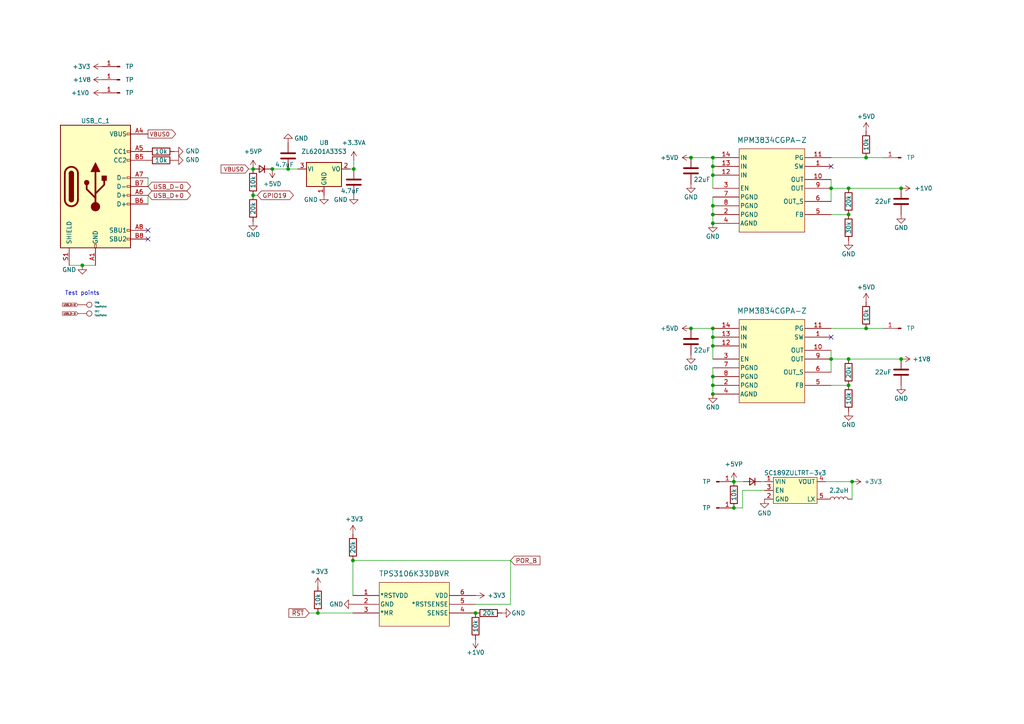
<source format=kicad_sch>
(kicad_sch (version 20231120) (generator "eeschema") (generator_version "8.0")
  (paper "A4")
  (lib_symbols
    (symbol "Connector:Conn_01x01_Pin" (pin_names (offset 1.016) hide)
      (property "Reference" "J" (at 0 2.54 0))
      (property "Value" "Conn_01x01_Pin" (at 0 -2.54 0))
      (symbol "Conn_01x01_Pin_1_1"
        (polyline (pts (xy 1.27 0) (xy 0.8636 0)) (stroke (width 0.1524)))
        (rectangle (start 0.8636 0.127) (end 0 -0.127) (stroke (width 0.1524)) (fill (type outline)))
        (pin passive line (at 5.08 0 180) (length 3.81) (name "Pin_1") (number "1"))
      )
    )
    (symbol "Connector:TestPoint" (pin_numbers hide) (pin_names (offset 0.762) hide)
      (property "Reference" "TP" (at 0 6.858 0))
      (property "Value" "TestPoint" (at 0 5.08 0))
      (symbol "TestPoint_0_1"
        (circle (center 0 3.302) (radius 0.762))
      )
      (symbol "TestPoint_1_1"
        (pin passive line (at 0 0 90) (length 2.54) (name "1") (number "1"))
      )
    )
    (symbol "Connector:USB_C_Receptacle_USB2.0" (pin_names (offset 1.016))
      (property "Reference" "J" (at -10.16 19.05 0))
      (property "Value" "USB_C_Receptacle_USB2.0" (at 19.05 19.05 0))
      (symbol "USB_C_Receptacle_USB2.0_0_0"
        (rectangle (start -0.254 -17.78) (end 0.254 -16.764))
        (rectangle (start 10.16 -14.986) (end 9.144 -15.494))
        (rectangle (start 10.16 -12.446) (end 9.144 -12.954))
        (rectangle (start 10.16 -4.826) (end 9.144 -5.334))
        (rectangle (start 10.16 -2.286) (end 9.144 -2.794))
        (rectangle (start 10.16 0.254) (end 9.144 -0.254))
        (rectangle (start 10.16 2.794) (end 9.144 2.286))
        (rectangle (start 10.16 7.874) (end 9.144 7.366))
        (rectangle (start 10.16 10.414) (end 9.144 9.906))
        (rectangle (start 10.16 15.494) (end 9.144 14.986))
      )
      (symbol "USB_C_Receptacle_USB2.0_0_1"
        (rectangle (start -10.16 17.78) (end 10.16 -17.78) (stroke (width 0.254)) (fill (type background)))
        (arc (start -8.89 -3.81) (mid -6.985 -5.7067) (end -5.08 -3.81) (stroke (width 0.508)))
        (arc (start -7.62 -3.81) (mid -6.985 -4.4423) (end -6.35 -3.81) (stroke (width 0.254)))
        (arc (start -7.62 -3.81) (mid -6.985 -4.4423) (end -6.35 -3.81) (stroke (width 0.254)) (fill (type outline)))
        (rectangle (start -7.62 -3.81) (end -6.35 3.81) (stroke (width 0.254)) (fill (type outline)))
        (arc (start -6.35 3.81) (mid -6.985 4.4423) (end -7.62 3.81) (stroke (width 0.254)))
        (arc (start -6.35 3.81) (mid -6.985 4.4423) (end -7.62 3.81) (stroke (width 0.254)) (fill (type outline)))
        (arc (start -5.08 3.81) (mid -6.985 5.7067) (end -8.89 3.81) (stroke (width 0.508)))
        (circle (center -2.54 1.143) (radius 0.635) (stroke (width 0.254)) (fill (type outline)))
        (circle (center 0 -5.842) (radius 1.27) (fill (type outline)))
        (polyline (pts (xy -8.89 -3.81) (xy -8.89 3.81)) (stroke (width 0.508)))
        (polyline (pts (xy -5.08 3.81) (xy -5.08 -3.81)) (stroke (width 0.508)))
        (polyline (pts (xy 0 -5.842) (xy 0 4.318)) (stroke (width 0.508)))
        (polyline (pts (xy 0 -3.302) (xy -2.54 -0.762) (xy -2.54 0.508)) (stroke (width 0.508)))
        (polyline (pts (xy 0 -2.032) (xy 2.54 0.508) (xy 2.54 1.778)) (stroke (width 0.508)))
        (polyline (pts (xy -1.27 4.318) (xy 0 6.858) (xy 1.27 4.318) (xy -1.27 4.318)) (stroke (width 0.254)) (fill (type outline)))
        (rectangle (start 1.905 1.778) (end 3.175 3.048) (stroke (width 0.254)) (fill (type outline)))
      )
      (symbol "USB_C_Receptacle_USB2.0_1_1"
        (pin passive line (at 0 -22.86 90) (length 5.08) (name "GND") (number "A1"))
        (pin passive line (at 0 -22.86 90) (length 5.08) hide (name "GND") (number "A12"))
        (pin passive line (at 15.24 15.24 180) (length 5.08) (name "VBUS") (number "A4"))
        (pin bidirectional line (at 15.24 10.16 180) (length 5.08) (name "CC1") (number "A5"))
        (pin bidirectional line (at 15.24 -2.54 180) (length 5.08) (name "D+") (number "A6"))
        (pin bidirectional line (at 15.24 2.54 180) (length 5.08) (name "D-") (number "A7"))
        (pin bidirectional line (at 15.24 -12.7 180) (length 5.08) (name "SBU1") (number "A8"))
        (pin passive line (at 15.24 15.24 180) (length 5.08) hide (name "VBUS") (number "A9"))
        (pin passive line (at 0 -22.86 90) (length 5.08) hide (name "GND") (number "B1"))
        (pin passive line (at 0 -22.86 90) (length 5.08) hide (name "GND") (number "B12"))
        (pin passive line (at 15.24 15.24 180) (length 5.08) hide (name "VBUS") (number "B4"))
        (pin bidirectional line (at 15.24 7.62 180) (length 5.08) (name "CC2") (number "B5"))
        (pin bidirectional line (at 15.24 -5.08 180) (length 5.08) (name "D+") (number "B6"))
        (pin bidirectional line (at 15.24 0 180) (length 5.08) (name "D-") (number "B7"))
        (pin bidirectional line (at 15.24 -15.24 180) (length 5.08) (name "SBU2") (number "B8"))
        (pin passive line (at 15.24 15.24 180) (length 5.08) hide (name "VBUS") (number "B9"))
        (pin passive line (at -7.62 -22.86 90) (length 5.08) (name "SHIELD") (number "S1"))
      )
    )
    (symbol "Device:C" (pin_numbers hide) (pin_names (offset 0.254))
      (property "Reference" "C" (at 0.635 2.54 0))
      (property "Value" "C" (at 0.635 -2.54 0))
      (symbol "C_0_1"
        (polyline (pts (xy -2.032 -0.762) (xy 2.032 -0.762)) (stroke (width 0.508)))
        (polyline (pts (xy -2.032 0.762) (xy 2.032 0.762)) (stroke (width 0.508)))
      )
      (symbol "C_1_1"
        (pin passive line (at 0 3.81 270) (length 2.794) (name "~") (number "1"))
        (pin passive line (at 0 -3.81 90) (length 2.794) (name "~") (number "2"))
      )
    )
    (symbol "Device:D_Small" (pin_numbers hide) (pin_names (offset 0.254) hide)
      (property "Reference" "D" (at -1.27 2.032 0))
      (property "Value" "D_Small" (at -3.81 -2.032 0))
      (symbol "D_Small_0_1"
        (polyline (pts (xy -0.762 -1.016) (xy -0.762 1.016)) (stroke (width 0.254)))
        (polyline (pts (xy -0.762 0) (xy 0.762 0)))
        (polyline (pts (xy 0.762 -1.016) (xy -0.762 0) (xy 0.762 1.016) (xy 0.762 -1.016)) (stroke (width 0.254)))
      )
      (symbol "D_Small_1_1"
        (pin passive line (at -2.54 0 0) (length 1.778) (name "K") (number "1"))
        (pin passive line (at 2.54 0 180) (length 1.778) (name "A") (number "2"))
      )
    )
    (symbol "Device:L" (pin_numbers hide) (pin_names (offset 1.016) hide)
      (property "Reference" "L" (at -1.27 0 90))
      (property "Value" "L" (at 1.905 0 90))
      (symbol "L_0_1"
        (arc (start 0 -2.54) (mid 0.6323 -1.905) (end 0 -1.27))
        (arc (start 0 -1.27) (mid 0.6323 -0.635) (end 0 0))
        (arc (start 0 0) (mid 0.6323 0.635) (end 0 1.27))
        (arc (start 0 1.27) (mid 0.6323 1.905) (end 0 2.54))
      )
      (symbol "L_1_1"
        (pin passive line (at 0 3.81 270) (length 1.27) (name "1") (number "1"))
        (pin passive line (at 0 -3.81 90) (length 1.27) (name "2") (number "2"))
      )
    )
    (symbol "Device:R" (pin_numbers hide) (pin_names (offset 0))
      (property "Reference" "R" (at 2.032 0 90))
      (property "Value" "R" (at 0 0 90))
      (symbol "R_0_1"
        (rectangle (start -1.016 -2.54) (end 1.016 2.54) (stroke (width 0.254)))
      )
      (symbol "R_1_1"
        (pin passive line (at 0 3.81 270) (length 1.27) (name "~") (number "1"))
        (pin passive line (at 0 -3.81 90) (length 1.27) (name "~") (number "2"))
      )
    )
    (symbol "ESP32-PRO_Rev_B1:GND" (power) (pin_names (offset 0))
      (property "Value" "GND" (at 0 -3.81 0))
      (symbol "GND_0_1"
        (polyline (pts (xy 0 0) (xy 0 -1.27) (xy 1.27 -1.27) (xy 0 -2.54) (xy -1.27 -1.27) (xy 0 -1.27)))
      )
      (symbol "GND_1_1"
        (pin power_in line (at 0 0 270) (length 0) hide (name "GND") (number "1"))
      )
    )
    (symbol "Personal:MPM3834CGPA-Z" (pin_names (offset 0.254))
      (property "Reference" "U" (at 24.384 11.43 0))
      (property "Value" "MPM3834CGPA-Z" (at 23.368 8.382 0))
      (symbol "MPM3834CGPA-Z_1_1"
        (rectangle (start 13.97 6.35) (end 33.02 -17.78) (fill (type background)))
        (pin unspecified line (at 40.64 1.27 180) (length 7.62) (name "SW") (number "1"))
        (pin power_in line (at 40.64 -2.54 180) (length 7.62) (name "OUT") (number "10"))
        (pin output line (at 40.64 3.81 180) (length 7.62) (name "PG") (number "11"))
        (pin power_in line (at 6.35 -1.27 0) (length 7.62) (name "IN") (number "12"))
        (pin power_in line (at 6.35 1.27 0) (length 7.62) (name "IN") (number "13"))
        (pin power_in line (at 6.35 3.81 0) (length 7.62) (name "IN") (number "14"))
        (pin power_in line (at 6.35 -12.7 0) (length 7.62) (name "PGND") (number "2"))
        (pin unspecified line (at 6.35 -5.08 0) (length 7.62) (name "EN") (number "3"))
        (pin power_in line (at 6.35 -15.24 0) (length 7.62) (name "AGND") (number "4"))
        (pin unspecified line (at 40.64 -12.7 180) (length 7.62) (name "FB") (number "5"))
        (pin output line (at 40.64 -8.89 180) (length 7.62) (name "OUT_S") (number "6"))
        (pin power_in line (at 6.35 -7.62 0) (length 7.62) (name "PGND") (number "7"))
        (pin power_in line (at 6.35 -10.16 0) (length 7.62) (name "PGND") (number "8"))
        (pin power_in line (at 40.64 -5.08 180) (length 7.62) (name "OUT") (number "9"))
      )
    )
    (symbol "Personal:SC189ZULTRT-3.3"
      (property "Value" "SC189ZULTRT-3v3" (at 5.08 0 0))
      (symbol "SC189ZULTRT-3.3_1_1"
        (rectangle (start -1.27 -1.27) (end 11.43 -8.89) (fill (type background)))
        (pin input line (at -3.81 -2.54 0) (length 2.54) (name "VIN") (number "1"))
        (pin input line (at -3.81 -7.62 0) (length 2.54) (name "GND") (number "2"))
        (pin input line (at -3.81 -5.08 0) (length 2.54) (name "EN") (number "3"))
        (pin input line (at 13.97 -2.54 180) (length 2.54) (name "VOUT") (number "4"))
        (pin input line (at 13.97 -7.62 180) (length 2.54) (name "LX") (number "5"))
      )
    )
    (symbol "Personal:TPS3106K33DBVR" (pin_names (offset 0.254))
      (property "Reference" "U" (at 18.542 10.16 0))
      (property "Value" "TPS3106K33DBVR" (at 18.034 6.858 0))
      (symbol "TPS3106K33DBVR_1_1"
        (rectangle (start 7.62 3.81) (end 27.94 -8.89) (fill (type background)))
        (pin output line (at 0 0 0) (length 7.62) (name "*RSTVDD") (number "1"))
        (pin power_in line (at 0 -2.54 0) (length 7.62) (name "GND") (number "2"))
        (pin input line (at 0 -5.08 0) (length 7.62) (name "*MR") (number "3"))
        (pin unspecified line (at 35.56 -5.08 180) (length 7.62) (name "SENSE") (number "4"))
        (pin output line (at 35.56 -2.54 180) (length 7.62) (name "*RSTSENSE") (number "5"))
        (pin power_in line (at 35.56 0 180) (length 7.62) (name "VDD") (number "6"))
      )
    )
    (symbol "Regulator_Linear:XC6206PxxxMR" (pin_names (offset 0.254))
      (property "Reference" "U" (at -3.81 3.175 0))
      (property "Value" "XC6206PxxxMR" (at 0 3.175 0))
      (symbol "XC6206PxxxMR_0_1"
        (rectangle (start -5.08 1.905) (end 5.08 -5.08) (stroke (width 0.254)) (fill (type background)))
      )
      (symbol "XC6206PxxxMR_1_1"
        (pin power_in line (at 0 -7.62 90) (length 2.54) (name "GND") (number "1"))
        (pin power_out line (at 7.62 0 180) (length 2.54) (name "VO") (number "2"))
        (pin power_in line (at -7.62 0 0) (length 2.54) (name "VI") (number "3"))
      )
    )
    (symbol "power:+1V0" (power) (pin_numbers hide) (pin_names (offset 0) hide)
      (property "Value" "+1V0" (at 0 3.556 0))
      (symbol "+1V0_0_1"
        (polyline (pts (xy -0.762 1.27) (xy 0 2.54)))
        (polyline (pts (xy 0 0) (xy 0 2.54)))
        (polyline (pts (xy 0 2.54) (xy 0.762 1.27)))
      )
      (symbol "+1V0_1_1"
        (pin power_in line (at 0 0 90) (length 0) (name "~") (number "1"))
      )
    )
    (symbol "power:+1V8" (power) (pin_numbers hide) (pin_names (offset 0) hide)
      (property "Value" "+1V8" (at 0 3.556 0))
      (symbol "+1V8_0_1"
        (polyline (pts (xy -0.762 1.27) (xy 0 2.54)))
        (polyline (pts (xy 0 0) (xy 0 2.54)))
        (polyline (pts (xy 0 2.54) (xy 0.762 1.27)))
      )
      (symbol "+1V8_1_1"
        (pin power_in line (at 0 0 90) (length 0) (name "~") (number "1"))
      )
    )
    (symbol "power:+3.3VA" (power) (pin_numbers hide) (pin_names (offset 0) hide)
      (property "Value" "+3.3VA" (at 0 3.556 0))
      (symbol "+3.3VA_0_1"
        (polyline (pts (xy -0.762 1.27) (xy 0 2.54)))
        (polyline (pts (xy 0 0) (xy 0 2.54)))
        (polyline (pts (xy 0 2.54) (xy 0.762 1.27)))
      )
      (symbol "+3.3VA_1_1"
        (pin power_in line (at 0 0 90) (length 0) (name "~") (number "1"))
      )
    )
    (symbol "power:+3V3" (power) (pin_names (offset 0))
      (property "Value" "+3V3" (at 0 3.556 0))
      (symbol "+3V3_0_1"
        (polyline (pts (xy -0.762 1.27) (xy 0 2.54)))
        (polyline (pts (xy 0 0) (xy 0 2.54)))
        (polyline (pts (xy 0 2.54) (xy 0.762 1.27)))
      )
      (symbol "+3V3_1_1"
        (pin power_in line (at 0 0 90) (length 0) hide (name "+3V3") (number "1"))
      )
    )
    (symbol "power:+5VD" (power) (pin_numbers hide) (pin_names (offset 0) hide)
      (property "Value" "+5VD" (at 0 3.556 0))
      (symbol "+5VD_0_1"
        (polyline (pts (xy -0.762 1.27) (xy 0 2.54)))
        (polyline (pts (xy 0 0) (xy 0 2.54)))
        (polyline (pts (xy 0 2.54) (xy 0.762 1.27)))
      )
      (symbol "+5VD_1_1"
        (pin power_in line (at 0 0 90) (length 0) (name "~") (number "1"))
      )
    )
    (symbol "power:+5VP" (power) (pin_numbers hide) (pin_names (offset 0) hide)
      (property "Value" "+5VP" (at 0 3.556 0))
      (symbol "+5VP_0_1"
        (polyline (pts (xy -0.762 1.27) (xy 0 2.54)))
        (polyline (pts (xy 0 0) (xy 0 2.54)))
        (polyline (pts (xy 0 2.54) (xy 0.762 1.27)))
      )
      (symbol "+5VP_1_1"
        (pin power_in line (at 0 0 90) (length 0) (name "~") (number "1"))
      )
    )
    (symbol "power:GND" (power) (pin_names (offset 0))
      (property "Value" "GND" (at 0 -3.81 0))
      (symbol "GND_0_1"
        (polyline (pts (xy 0 0) (xy 0 -1.27) (xy 1.27 -1.27) (xy 0 -2.54) (xy -1.27 -1.27) (xy 0 -1.27)))
      )
      (symbol "GND_1_1"
        (pin power_in line (at 0 0 270) (length 0) hide (name "GND") (number "1"))
      )
    )
  )
  (junction (at 73.406 49.022))
  (junction (at 247.142 139.7))
  (junction (at 137.922 177.8))
  (junction (at 212.852 139.7))
  (junction (at 206.756 64.77))
  (junction (at 261.366 104.14))
  (junction (at 246.126 111.76))
  (junction (at 83.566 49.022))
  (junction (at 78.994 49.022))
  (junction (at 206.756 95.25))
  (junction (at 200.406 95.25))
  (junction (at 246.126 104.14))
  (junction (at 212.852 147.32))
  (junction (at 246.126 54.61))
  (junction (at 102.362 162.56))
  (junction (at 23.876 76.962))
  (junction (at 241.046 54.61))
  (junction (at 92.202 177.8))
  (junction (at 251.206 45.72))
  (junction (at 261.366 54.61))
  (junction (at 206.756 62.23))
  (junction (at 73.406 56.642))
  (junction (at 200.406 45.72))
  (junction (at 206.756 111.76))
  (junction (at 102.616 49.022))
  (junction (at 206.756 114.3))
  (junction (at 246.126 62.23))
  (junction (at 241.046 104.14))
  (junction (at 206.756 50.8))
  (junction (at 206.756 109.22))
  (junction (at 206.756 97.79))
  (junction (at 206.756 48.26))
  (junction (at 206.756 100.33))
  (junction (at 251.206 95.25))
  (junction (at 206.756 45.72))
  (junction (at 206.756 59.69))
  (no_connect (at 42.926 69.342))
  (no_connect (at 241.046 48.26))
  (no_connect (at 42.926 66.802))
  (no_connect (at 241.046 97.79))
  (wire (pts (xy 247.142 139.7) (xy 239.522 139.7)))
  (wire (pts (xy 247.142 139.7) (xy 247.142 144.78)))
  (wire (pts (xy 206.756 97.79) (xy 206.756 100.33)))
  (wire (pts (xy 78.994 49.022) (xy 83.566 49.022)))
  (wire (pts (xy 89.662 177.8) (xy 92.202 177.8)))
  (wire (pts (xy 206.756 57.15) (xy 206.756 59.69)))
  (wire (pts (xy 74.676 56.642) (xy 73.406 56.642)))
  (wire (pts (xy 148.082 175.26) (xy 148.082 162.56)))
  (wire (pts (xy 42.926 56.642) (xy 42.926 59.182)))
  (wire (pts (xy 83.566 49.022) (xy 86.36 49.022)))
  (wire (pts (xy 206.756 106.68) (xy 206.756 109.22)))
  (wire (pts (xy 206.756 59.69) (xy 206.756 62.23)))
  (wire (pts (xy 148.082 162.56) (xy 102.362 162.56)))
  (wire (pts (xy 206.756 45.72) (xy 206.756 48.26)))
  (wire (pts (xy 20.066 76.962) (xy 23.876 76.962)))
  (wire (pts (xy 206.756 48.26) (xy 206.756 50.8)))
  (wire (pts (xy 206.756 95.25) (xy 206.756 97.79)))
  (wire (pts (xy 215.392 147.32) (xy 215.392 142.24)))
  (wire (pts (xy 241.046 54.61) (xy 246.126 54.61)))
  (wire (pts (xy 212.852 147.32) (xy 215.392 147.32)))
  (wire (pts (xy 101.6 49.022) (xy 102.616 49.022)))
  (wire (pts (xy 251.206 95.25) (xy 241.046 95.25)))
  (wire (pts (xy 215.646 139.7) (xy 212.852 139.7)))
  (wire (pts (xy 23.876 76.962) (xy 27.686 76.962)))
  (wire (pts (xy 251.206 45.72) (xy 241.046 45.72)))
  (wire (pts (xy 78.486 49.022) (xy 78.994 49.022)))
  (wire (pts (xy 241.046 54.61) (xy 241.046 58.42)))
  (wire (pts (xy 215.392 142.24) (xy 221.742 142.24)))
  (wire (pts (xy 102.362 162.56) (xy 102.362 172.72)))
  (wire (pts (xy 241.046 111.76) (xy 246.126 111.76)))
  (wire (pts (xy 206.756 111.76) (xy 206.756 114.3)))
  (wire (pts (xy 206.756 50.8) (xy 206.756 54.61)))
  (wire (pts (xy 92.202 177.8) (xy 102.362 177.8)))
  (wire (pts (xy 246.126 54.61) (xy 261.366 54.61)))
  (wire (pts (xy 241.046 101.6) (xy 241.046 104.14)))
  (wire (pts (xy 137.922 175.26) (xy 148.082 175.26)))
  (wire (pts (xy 206.756 62.23) (xy 206.756 64.77)))
  (wire (pts (xy 241.046 62.23) (xy 246.126 62.23)))
  (wire (pts (xy 241.046 52.07) (xy 241.046 54.61)))
  (wire (pts (xy 220.726 139.7) (xy 221.742 139.7)))
  (wire (pts (xy 246.126 104.14) (xy 261.366 104.14)))
  (wire (pts (xy 72.136 49.022) (xy 73.406 49.022)))
  (wire (pts (xy 256.286 45.72) (xy 251.206 45.72)))
  (wire (pts (xy 102.616 46.482) (xy 102.616 49.022)))
  (wire (pts (xy 241.046 104.14) (xy 246.126 104.14)))
  (wire (pts (xy 200.406 95.25) (xy 206.756 95.25)))
  (wire (pts (xy 200.406 45.72) (xy 206.756 45.72)))
  (wire (pts (xy 241.046 104.14) (xy 241.046 107.95)))
  (wire (pts (xy 256.286 95.25) (xy 251.206 95.25)))
  (wire (pts (xy 206.756 109.22) (xy 206.756 111.76)))
  (wire (pts (xy 42.926 51.562) (xy 42.926 54.102)))
  (wire (pts (xy 206.756 100.33) (xy 206.756 104.14)))
  (text "Test points" (at 18.796 85.852 0) (effects (font (size 1.1938 1.1938)) (justify left bottom)))
  (global_label "USB_D-0" (shape bidirectional) (at 42.926 54.102 0) (property "Intersheetrefs" "${INTERSHEET_REFS}" (effects (hide yes))))
  (global_label "USB_D+0" (shape input) (at 22.606 88.392 180) (effects (font (size 0.508 0.508))) (property "Intersheetrefs" "${INTERSHEET_REFS}" (effects (hide yes))))
  (global_label "USB_D+0" (shape bidirectional) (at 42.926 56.642 0) (property "Intersheetrefs" "${INTERSHEET_REFS}" (effects (hide yes))))
  (global_label "GPIO19" (shape bidirectional) (at 74.676 56.642 0) (property "Intersheetrefs" "${INTERSHEET_REFS}" (effects (hide yes))))
  (global_label "VBUS0" (shape input) (at 72.136 49.022 180) (effects (font (size 1.1938 1.1938))) (property "Intersheetrefs" "${INTERSHEET_REFS}" (effects (hide yes))))
  (global_label "USB_D-0" (shape input) (at 22.606 90.932 180) (effects (font (size 0.508 0.508))) (property "Intersheetrefs" "${INTERSHEET_REFS}" (effects (hide yes))))
  (global_label "VBUS0" (shape output) (at 42.926 38.862 0) (effects (font (size 1.1938 1.1938))) (property "Intersheetrefs" "${INTERSHEET_REFS}" (effects (hide yes))))
  (global_label "~{RST}" (shape input) (at 89.662 177.8 180) (property "Intersheetrefs" "${INTERSHEET_REFS}" (effects (hide yes))))
  (global_label "POR_B" (shape input) (at 148.082 162.56 0) (property "Intersheetrefs" "${INTERSHEET_REFS}" (effects (hide yes))))
  (symbol (lib_id "power:GND") (at 102.616 56.642 0) (unit 1)
    (property "Reference" "#PWR077" (effects (hide yes)))
    (property "Value" "GND" (at 98.806 57.912 0))
  )
  (symbol (lib_id "Device:R") (at 102.362 158.75 180) (unit 1)
    (property "Reference" "R10" (effects (hide yes)))
    (property "Value" "20k" (at 102.362 158.75 90))
    (property "Footprint" "Capacitor_SMD:C_0402_1005Metric" (effects (hide yes)))
    (property "Description" "Resistor" (effects (hide yes)))
  )
  (symbol (lib_id "power:+5VD") (at 251.206 38.1 0) (unit 1)
    (property "Reference" "#PWR013" (effects (hide yes)))
    (property "Value" "+5VD" (at 251.206 33.782 0))
    (property "Description" "Power symbol creates a global label with name \"+5VD\"" (effects (hide yes)))
  )
  (symbol (lib_id "Connector:TestPoint") (at 22.606 88.392 270) (unit 1)
    (property "Reference" "TP6" (at 27.3812 87.8332 90) (effects (font (size 0.508 0.508)) (justify left)))
    (property "Value" "TestPoint" (at 27.3812 88.9254 90) (effects (font (size 0.508 0.508)) (justify left)))
    (property "Footprint" "TestPoint:TestPoint_Pad_D1.5mm" (effects (hide yes)))
    (property "LCSC" " " (effects (hide yes)))
  )
  (symbol (lib_id "Device:D_Small") (at 218.186 139.7 180) (unit 1)
    (property "Reference" "D3" (effects (hide yes)))
    (property "Value" "SOD-523 General" (effects (hide yes)))
    (property "Footprint" "Diode_SMD:D_SOD-523" (effects (hide yes)))
  )
  (symbol (lib_id "Connector:Conn_01x01_Pin") (at 207.772 147.32 0) (mirror x) (unit 1)
    (property "Reference" "TP11" (effects (hide yes)))
    (property "Value" "TP" (at 204.978 147.32 0))
    (property "Footprint" "TestPoint:TestPoint_Pad_1.0x1.0mm" (effects (hide yes)))
    (property "Description" "Generic connector, single row, 01x01, script generated" (effects (hide yes)))
  )
  (symbol (lib_id "power:GND") (at 23.876 76.962 0) (unit 1)
    (property "Reference" "#PWR069" (effects (hide yes)))
    (property "Value" "GND" (at 20.066 78.232 0))
  )
  (symbol (lib_id "Device:R") (at 251.206 41.91 180) (unit 1)
    (property "Reference" "R4" (effects (hide yes)))
    (property "Value" "10k" (at 251.206 41.91 90))
    (property "Footprint" "Capacitor_SMD:C_0402_1005Metric" (effects (hide yes)))
    (property "Description" "Resistor" (effects (hide yes)))
  )
  (symbol (lib_id "Device:R") (at 137.922 181.61 0) (unit 1)
    (property "Reference" "R9" (effects (hide yes)))
    (property "Value" "10k" (at 137.922 181.61 90))
    (property "Footprint" "Capacitor_SMD:C_0402_1005Metric" (effects (hide yes)))
    (property "Description" "Resistor" (effects (hide yes)))
  )
  (symbol (lib_id "power:+5VD") (at 200.406 45.72 90) (unit 1)
    (property "Reference" "#PWR010" (effects (hide yes)))
    (property "Value" "+5VD" (at 196.85 45.7199 90) (effects (justify left)))
    (property "Description" "Power symbol creates a global label with name \"+5VD\"" (effects (hide yes)))
  )
  (symbol (lib_id "Personal:MPM3834CGPA-Z") (at 200.406 49.53 0) (unit 1)
    (property "Reference" "U1" (effects (hide yes)))
    (property "Value" "MPM3834CGPA-Z" (at 223.901 40.64 0) (effects (font (size 1.524 1.524))))
    (property "Footprint" "Sync_VT extras:ECLGA-14_MPM3834C_MNP" (effects (hide yes)))
    (property "Datasheet" "MPM3834CGPA-Z" (effects (hide yes)))
  )
  (symbol (lib_id "Device:C") (at 200.406 49.53 0) (unit 1)
    (property "Reference" "C10" (effects (hide yes)))
    (property "Value" "22uF" (at 201.168 52.07 0) (effects (justify left)))
    (property "Footprint" "Capacitor_SMD:C_0402_1005Metric" (effects (hide yes)))
    (property "Description" "Unpolarized capacitor" (effects (hide yes)))
  )
  (symbol (lib_id "ESP32-PRO_Rev_B1:GND") (at 206.756 64.77 0) (unit 1)
    (property "Reference" "#PWR08" (effects (hide yes)))
    (property "Value" "GND" (at 206.756 68.58 0))
  )
  (symbol (lib_id "Device:C") (at 200.406 99.06 0) (unit 1)
    (property "Reference" "C8" (effects (hide yes)))
    (property "Value" "22uF" (at 201.168 101.6 0) (effects (justify left)))
    (property "Footprint" "Capacitor_SMD:C_0402_1005Metric" (effects (hide yes)))
    (property "Description" "Unpolarized capacitor" (effects (hide yes)))
  )
  (symbol (lib_id "Device:R") (at 251.206 91.44 180) (unit 1)
    (property "Reference" "R6" (effects (hide yes)))
    (property "Value" "10k" (at 251.206 91.44 90))
    (property "Footprint" "Capacitor_SMD:C_0402_1005Metric" (effects (hide yes)))
    (property "Description" "Resistor" (effects (hide yes)))
  )
  (symbol (lib_id "ESP32-PRO_Rev_B1:GND") (at 102.362 175.26 270) (mirror x) (unit 1)
    (property "Reference" "#PWR028" (effects (hide yes)))
    (property "Value" "GND" (at 97.536 175.26 90))
  )
  (symbol (lib_id "power:+5VD") (at 78.994 49.022 180) (unit 1)
    (property "Reference" "#PWR0117" (effects (hide yes)))
    (property "Value" "+5VD" (at 78.994 53.34 0))
    (property "Description" "Power symbol creates a global label with name \"+5VD\"" (effects (hide yes)))
  )
  (symbol (lib_id "ESP32-PRO_Rev_B1:GND") (at 200.406 53.34 0) (unit 1)
    (property "Reference" "#PWR09" (effects (hide yes)))
    (property "Value" "GND" (at 200.406 57.15 0))
  )
  (symbol (lib_id "Device:C") (at 83.566 45.212 0) (unit 1)
    (property "Reference" "C36" (effects (hide yes)))
    (property "Value" "4.7uF" (at 79.756 47.752 0) (effects (justify left)))
    (property "Footprint" "Capacitor_SMD:C_0402_1005Metric" (effects (hide yes)))
    (property "LCSC" " " (effects (hide yes)))
  )
  (symbol (lib_id "power:+3V3") (at 247.142 139.7 270) (unit 1)
    (property "Reference" "#PWR0105" (effects (hide yes)))
    (property "Value" "+3V3" (at 253.238 139.7 90))
  )
  (symbol (lib_id "Device:R") (at 246.126 58.42 180) (unit 1)
    (property "Reference" "R1" (effects (hide yes)))
    (property "Value" "20k" (at 246.126 58.42 90))
    (property "Footprint" "Capacitor_SMD:C_0402_1005Metric" (effects (hide yes)))
    (property "Description" "Resistor" (effects (hide yes)))
  )
  (symbol (lib_id "Connector:Conn_01x01_Pin") (at 207.772 139.7 0) (mirror x) (unit 1)
    (property "Reference" "TP10" (effects (hide yes)))
    (property "Value" "TP" (at 204.978 139.7 0))
    (property "Footprint" "TestPoint:TestPoint_Pad_1.0x1.0mm" (effects (hide yes)))
    (property "Description" "Generic connector, single row, 01x01, script generated" (effects (hide yes)))
  )
  (symbol (lib_id "Device:D_Small") (at 75.946 49.022 180) (unit 1)
    (property "Reference" "D4" (effects (hide yes)))
    (property "Value" "SOD-523 General" (effects (hide yes)))
    (property "Footprint" "Diode_SMD:D_SMA" (effects (hide yes)))
  )
  (symbol (lib_id "power:GND") (at 83.566 41.402 180) (unit 1)
    (property "Reference" "#PWR074" (effects (hide yes)))
    (property "Value" "GND" (at 87.376 40.132 0))
  )
  (symbol (lib_id "power:+1V8") (at 29.718 23.114 90) (mirror x) (unit 1)
    (property "Reference" "#PWR031" (effects (hide yes)))
    (property "Value" "+1V8" (at 26.416 23.114 90) (effects (justify left)))
    (property "Description" "Power symbol creates a global label with name \"+1V8\"" (effects (hide yes)))
  )
  (symbol (lib_id "ESP32-PRO_Rev_B1:GND") (at 200.406 102.87 0) (unit 1)
    (property "Reference" "#PWR015" (effects (hide yes)))
    (property "Value" "GND" (at 200.406 106.68 0))
  )
  (symbol (lib_id "Regulator_Linear:XC6206PxxxMR") (at 93.98 49.022 0) (unit 1)
    (property "Reference" "U8" (at 93.98 41.402 0))
    (property "Value" "ZL6201A33S3" (at 93.98 43.942 0))
    (property "Footprint" "Package_TO_SOT_SMD:SOT-23" (effects (hide yes)))
    (property "Datasheet" "https://www.torexsemi.com/file/xc6206/XC6206.pdf" (effects (hide yes)))
  )
  (symbol (lib_id "power:+5VD") (at 200.406 95.25 90) (unit 1)
    (property "Reference" "#PWR03" (effects (hide yes)))
    (property "Value" "+5VD" (at 196.85 95.2499 90) (effects (justify left)))
    (property "Description" "Power symbol creates a global label with name \"+5VD\"" (effects (hide yes)))
  )
  (symbol (lib_id "power:+3.3VA") (at 102.616 46.482 0) (unit 1)
    (property "Reference" "#PWR076" (effects (hide yes)))
    (property "Value" "+3.3VA" (at 102.616 41.402 0))
    (property "Description" "Power symbol creates a global label with name \"+3.3VA\"" (effects (hide yes)))
  )
  (symbol (lib_id "ESP32-PRO_Rev_B1:GND") (at 261.366 111.76 0) (unit 1)
    (property "Reference" "#PWR023" (effects (hide yes)))
    (property "Value" "GND" (at 261.366 115.57 0))
  )
  (symbol (lib_id "power:+3V3") (at 137.922 172.72 270) (unit 1)
    (property "Reference" "#PWR027" (effects (hide yes)))
    (property "Value" "+3V3" (at 144.018 172.72 90))
  )
  (symbol (lib_id "ESP32-PRO_Rev_B1:GND") (at 246.126 119.38 0) (unit 1)
    (property "Reference" "#PWR018" (effects (hide yes)))
    (property "Value" "GND" (at 246.126 123.19 0))
  )
  (symbol (lib_id "power:+3V3") (at 92.202 170.18 0) (unit 1)
    (property "Reference" "#PWR024" (effects (hide yes)))
    (property "Value" "+3V3" (at 92.583 165.7858 0))
  )
  (symbol (lib_id "Device:R") (at 73.406 60.452 180) (unit 1)
    (property "Reference" "R36" (effects (hide yes)))
    (property "Value" "20k" (at 73.406 60.452 90))
    (property "Footprint" "Capacitor_SMD:C_0402_1005Metric" (effects (hide yes)))
    (property "Description" "Resistor" (effects (hide yes)))
  )
  (symbol (lib_id "power:+1V0") (at 137.922 185.42 180) (unit 1)
    (property "Reference" "#PWR026" (effects (hide yes)))
    (property "Value" "+1V0" (at 137.922 189.23 0))
    (property "Description" "Power symbol creates a global label with name \"+1V0\"" (effects (hide yes)))
  )
  (symbol (lib_id "ESP32-PRO_Rev_B1:GND") (at 261.366 62.23 0) (unit 1)
    (property "Reference" "#PWR06" (effects (hide yes)))
    (property "Value" "GND" (at 261.366 66.04 0))
  )
  (symbol (lib_id "power:GND") (at 221.742 144.78 0) (mirror y) (unit 1)
    (property "Reference" "#PWR0104" (effects (hide yes)))
    (property "Value" "GND" (at 221.742 148.844 0))
  )
  (symbol (lib_id "Device:R") (at 46.736 46.482 90) (unit 1)
    (property "Reference" "R34" (effects (hide yes)))
    (property "Value" "10k" (at 46.736 46.482 90))
    (property "Footprint" "Capacitor_SMD:C_0402_1005Metric" (effects (hide yes)))
    (property "Description" "Resistor" (effects (hide yes)))
  )
  (symbol (lib_id "Device:R") (at 246.126 107.95 180) (unit 1)
    (property "Reference" "R3" (effects (hide yes)))
    (property "Value" "20k" (at 246.126 107.95 90))
    (property "Footprint" "Capacitor_SMD:C_0402_1005Metric" (effects (hide yes)))
    (property "Description" "Resistor" (effects (hide yes)))
  )
  (symbol (lib_id "power:GND") (at 73.406 64.262 0) (unit 1)
    (property "Reference" "#PWR073" (effects (hide yes)))
    (property "Value" "GND" (at 73.406 68.072 0))
  )
  (symbol (lib_id "Connector:Conn_01x01_Pin") (at 34.798 26.924 0) (mirror y) (unit 1)
    (property "Reference" "TP5" (effects (hide yes)))
    (property "Value" "TP" (at 37.592 26.924 0))
    (property "Footprint" "TestPoint:TestPoint_Pad_1.0x1.0mm" (effects (hide yes)))
    (property "Description" "Generic connector, single row, 01x01, script generated" (effects (hide yes)))
  )
  (symbol (lib_id "Device:R") (at 73.406 52.832 180) (unit 1)
    (property "Reference" "R35" (effects (hide yes)))
    (property "Value" "10k" (at 73.406 52.832 90))
    (property "Footprint" "Capacitor_SMD:C_0402_1005Metric" (effects (hide yes)))
    (property "Description" "Resistor" (effects (hide yes)))
  )
  (symbol (lib_id "Device:L") (at 243.332 144.78 90) (unit 1)
    (property "Reference" "L1" (effects (hide yes)))
    (property "Value" "2.2uH" (at 243.332 142.24 90))
    (property "Footprint" "Capacitor_SMD:C_1812_4532Metric" (effects (hide yes)))
    (property "Description" "LQH43PN2R2M26L" (effects (hide yes)))
  )
  (symbol (lib_id "Device:C") (at 261.366 107.95 180) (unit 1)
    (property "Reference" "C5" (effects (hide yes)))
    (property "Value" "22uF" (at 258.572 107.95 0) (effects (justify left)))
    (property "Footprint" "Capacitor_SMD:C_0402_1005Metric" (effects (hide yes)))
    (property "Description" "Unpolarized capacitor" (effects (hide yes)))
  )
  (symbol (lib_id "Connector:Conn_01x01_Pin") (at 34.798 19.304 0) (mirror y) (unit 1)
    (property "Reference" "TP3" (effects (hide yes)))
    (property "Value" "TP" (at 37.592 19.304 0))
    (property "Footprint" "TestPoint:TestPoint_Pad_1.0x1.0mm" (effects (hide yes)))
    (property "Description" "Generic connector, single row, 01x01, script generated" (effects (hide yes)))
  )
  (symbol (lib_id "power:+5VP") (at 212.852 139.7 0) (unit 1)
    (property "Reference" "#PWR0103" (effects (hide yes)))
    (property "Value" "+5VP" (at 212.852 134.62 0))
    (property "Description" "Power symbol creates a global label with name \"+5VP\"" (effects (hide yes)))
  )
  (symbol (lib_id "power:+3V3") (at 102.362 154.94 0) (unit 1)
    (property "Reference" "#PWR029" (effects (hide yes)))
    (property "Value" "+3V3" (at 102.743 150.5458 0))
  )
  (symbol (lib_id "power:+3V3") (at 29.718 19.304 90) (unit 1)
    (property "Reference" "#PWR030" (effects (hide yes)))
    (property "Value" "+3V3" (at 23.622 19.304 90))
  )
  (symbol (lib_id "Device:R") (at 246.126 115.57 180) (unit 1)
    (property "Reference" "R5" (effects (hide yes)))
    (property "Value" "10k" (at 246.126 115.57 90))
    (property "Footprint" "Capacitor_SMD:C_0402_1005Metric" (effects (hide yes)))
    (property "Description" "Resistor" (effects (hide yes)))
  )
  (symbol (lib_id "Connector:Conn_01x01_Pin") (at 261.366 45.72 0) (mirror y) (unit 1)
    (property "Reference" "TP2" (effects (hide yes)))
    (property "Value" "TP" (at 264.16 45.72 0))
    (property "Footprint" "TestPoint:TestPoint_Pad_1.0x1.0mm" (effects (hide yes)))
    (property "Description" "Generic connector, single row, 01x01, script generated" (effects (hide yes)))
  )
  (symbol (lib_id "Personal:SC189ZULTRT-3.3") (at 225.552 137.16 0) (unit 1)
    (property "Reference" "U11" (effects (hide yes)))
    (property "Value" "SC189ZULTRT-3v3" (at 230.632 137.16 0))
    (property "Footprint" "Package_TO_SOT_SMD:SOT-23-5" (effects (hide yes)))
    (property "Datasheet" "https://www.digikey.com/en/products/detail/semtech-corporation/SC189ZULTRT/2182334" (effects (hide yes)))
  )
  (symbol (lib_id "power:+1V8") (at 261.366 104.14 270) (unit 1)
    (property "Reference" "#PWR022" (effects (hide yes)))
    (property "Value" "+1V8" (at 264.668 104.14 90) (effects (justify left)))
    (property "Description" "Power symbol creates a global label with name \"+1V8\"" (effects (hide yes)))
  )
  (symbol (lib_id "Device:R") (at 212.852 143.51 0) (unit 1)
    (property "Reference" "R38" (effects (hide yes)))
    (property "Value" "10k" (at 212.852 143.51 90))
    (property "Footprint" "Capacitor_SMD:C_0402_1005Metric" (effects (hide yes)))
    (property "Description" "Resistor" (effects (hide yes)))
  )
  (symbol (lib_id "Device:C") (at 261.366 58.42 180) (unit 1)
    (property "Reference" "C11" (effects (hide yes)))
    (property "Value" "22uF" (at 258.572 58.42 0) (effects (justify left)))
    (property "Footprint" "Capacitor_SMD:C_0402_1005Metric" (effects (hide yes)))
    (property "Description" "Unpolarized capacitor" (effects (hide yes)))
  )
  (symbol (lib_id "power:GND") (at 50.546 46.482 90) (unit 1)
    (property "Reference" "#PWR071" (effects (hide yes)))
    (property "Value" "GND" (at 53.7972 46.355 90) (effects (justify right)))
  )
  (symbol (lib_id "Device:R") (at 246.126 66.04 180) (unit 1)
    (property "Reference" "R2" (effects (hide yes)))
    (property "Value" "30k" (at 246.126 66.04 90))
    (property "Footprint" "Capacitor_SMD:C_0402_1005Metric" (effects (hide yes)))
    (property "Description" "Resistor" (effects (hide yes)))
  )
  (symbol (lib_id "power:GND") (at 50.546 43.942 90) (unit 1)
    (property "Reference" "#PWR070" (effects (hide yes)))
    (property "Value" "GND" (at 53.7972 43.815 90) (effects (justify right)))
  )
  (symbol (lib_id "power:+5VP") (at 73.406 49.022 0) (unit 1)
    (property "Reference" "#PWR072" (effects (hide yes)))
    (property "Value" "+5VP" (at 73.406 43.942 0))
    (property "Description" "Power symbol creates a global label with name \"+5VP\"" (effects (hide yes)))
  )
  (symbol (lib_id "Connector:USB_C_Receptacle_USB2.0") (at 27.686 54.102 0) (unit 1)
    (property "Reference" "USB_C_ESP1" (effects (hide yes)))
    (property "Value" "USB_C_1" (at 27.686 35.052 0))
    (property "Footprint" "Connector_USB:USB_C_Receptacle_GCT_USB4105-xx-A_16P_TopMnt_Horizontal" (effects (hide yes)))
    (property "Datasheet" "https://www.usb.org/sites/default/files/documents/usb_type-c.zip" (effects (hide yes)))
  )
  (symbol (lib_id "Connector:Conn_01x01_Pin") (at 261.366 95.25 0) (mirror y) (unit 1)
    (property "Reference" "TP1" (effects (hide yes)))
    (property "Value" "TP" (at 264.16 95.25 0))
    (property "Footprint" "TestPoint:TestPoint_Pad_1.0x1.0mm" (effects (hide yes)))
    (property "Description" "Generic connector, single row, 01x01, script generated" (effects (hide yes)))
  )
  (symbol (lib_id "Connector:Conn_01x01_Pin") (at 34.798 23.114 0) (mirror y) (unit 1)
    (property "Reference" "TP4" (effects (hide yes)))
    (property "Value" "TP" (at 37.592 23.114 0))
    (property "Footprint" "TestPoint:TestPoint_Pad_1.0x1.0mm" (effects (hide yes)))
    (property "Description" "Generic connector, single row, 01x01, script generated" (effects (hide yes)))
  )
  (symbol (lib_id "Device:C") (at 102.616 52.832 0) (unit 1)
    (property "Reference" "C37" (effects (hide yes)))
    (property "Value" "4.7uF" (at 98.806 55.372 0) (effects (justify left)))
    (property "Footprint" "Capacitor_SMD:C_0402_1005Metric" (effects (hide yes)))
    (property "LCSC" " " (effects (hide yes)))
  )
  (symbol (lib_id "Personal:MPM3834CGPA-Z") (at 200.406 99.06 0) (unit 1)
    (property "Reference" "U2" (effects (hide yes)))
    (property "Value" "MPM3834CGPA-Z" (at 223.901 90.17 0) (effects (font (size 1.524 1.524))))
    (property "Footprint" "Sync_VT extras:ECLGA-14_MPM3834C_MNP" (effects (hide yes)))
    (property "Datasheet" "MPM3834CGPA-Z" (effects (hide yes)))
  )
  (symbol (lib_id "ESP32-PRO_Rev_B1:GND") (at 206.756 114.3 0) (unit 1)
    (property "Reference" "#PWR017" (effects (hide yes)))
    (property "Value" "GND" (at 206.756 118.11 0))
  )
  (symbol (lib_id "ESP32-PRO_Rev_B1:GND") (at 145.542 177.8 90) (unit 1)
    (property "Reference" "#PWR025" (effects (hide yes)))
    (property "Value" "GND" (at 150.368 177.8 90))
  )
  (symbol (lib_id "Device:R") (at 92.202 173.99 180) (unit 1)
    (property "Reference" "R7" (effects (hide yes)))
    (property "Value" "10k" (at 92.202 173.99 90))
    (property "Footprint" "Capacitor_SMD:C_0402_1005Metric" (effects (hide yes)))
    (property "Description" "Resistor" (effects (hide yes)))
  )
  (symbol (lib_id "Device:R") (at 46.736 43.942 90) (unit 1)
    (property "Reference" "R33" (effects (hide yes)))
    (property "Value" "10k" (at 46.736 43.942 90))
    (property "Footprint" "Capacitor_SMD:C_0402_1005Metric" (effects (hide yes)))
    (property "Description" "Resistor" (effects (hide yes)))
  )
  (symbol (lib_id "ESP32-PRO_Rev_B1:GND") (at 246.126 69.85 0) (unit 1)
    (property "Reference" "#PWR016" (effects (hide yes)))
    (property "Value" "GND" (at 246.126 73.66 0))
  )
  (symbol (lib_id "Device:R") (at 141.732 177.8 90) (unit 1)
    (property "Reference" "R8" (effects (hide yes)))
    (property "Value" "20k" (at 141.732 177.8 90))
    (property "Footprint" "Capacitor_SMD:C_0402_1005Metric" (effects (hide yes)))
    (property "Description" "Resistor" (effects (hide yes)))
  )
  (symbol (lib_id "power:GND") (at 93.98 56.642 0) (unit 1)
    (property "Reference" "#PWR075" (effects (hide yes)))
    (property "Value" "GND" (at 90.17 57.912 0))
  )
  (symbol (lib_id "power:+1V0") (at 29.718 26.924 90) (mirror x) (unit 1)
    (property "Reference" "#PWR032" (effects (hide yes)))
    (property "Value" "+1V0" (at 25.908 26.9239 90) (effects (justify left)))
    (property "Description" "Power symbol creates a global label with name \"+1V0\"" (effects (hide yes)))
  )
  (symbol (lib_id "Personal:TPS3106K33DBVR") (at 102.362 172.72 0) (unit 1)
    (property "Reference" "U4" (effects (hide yes)))
    (property "Value" "TPS3106K33DBVR" (at 120.142 166.37 0) (effects (font (size 1.524 1.524))))
    (property "Footprint" "Sync_VT extras:DBV6-L" (effects (hide yes)))
    (property "Datasheet" "TPS3106K33DBVR" (effects (hide yes)))
  )
  (symbol (lib_id "Connector:TestPoint") (at 22.606 90.932 270) (unit 1)
    (property "Reference" "TP7" (at 27.3812 90.3732 90) (effects (font (size 0.508 0.508)) (justify left)))
    (property "Value" "TestPoint" (at 27.3812 91.4654 90) (effects (font (size 0.508 0.508)) (justify left)))
    (property "Footprint" "TestPoint:TestPoint_Pad_D1.5mm" (effects (hide yes)))
    (property "LCSC" " " (effects (hide yes)))
  )
  (symbol (lib_id "power:+5VD") (at 251.206 87.63 0) (unit 1)
    (property "Reference" "#PWR019" (effects (hide yes)))
    (property "Value" "+5VD" (at 251.206 83.312 0))
    (property "Description" "Power symbol creates a global label with name \"+5VD\"" (effects (hide yes)))
  )
  (symbol (lib_id "power:+1V0") (at 261.366 54.61 270) (unit 1)
    (property "Reference" "#PWR011" (effects (hide yes)))
    (property "Value" "+1V0" (at 265.176 54.6099 90) (effects (justify left)))
    (property "Description" "Power symbol creates a global label with name \"+1V0\"" (effects (hide yes)))
  )
)
</source>
